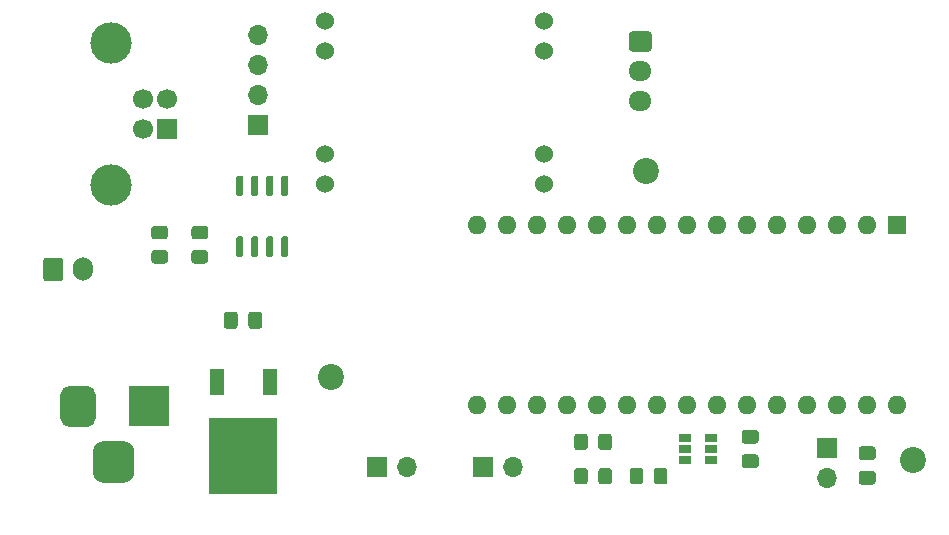
<source format=gts>
G04 #@! TF.GenerationSoftware,KiCad,Pcbnew,(5.1.10)-1*
G04 #@! TF.CreationDate,2022-01-19T22:21:47+01:00*
G04 #@! TF.ProjectId,ELFlatPanel,454c466c-6174-4506-916e-656c2e6b6963,3.0*
G04 #@! TF.SameCoordinates,Original*
G04 #@! TF.FileFunction,Soldermask,Top*
G04 #@! TF.FilePolarity,Negative*
%FSLAX46Y46*%
G04 Gerber Fmt 4.6, Leading zero omitted, Abs format (unit mm)*
G04 Created by KiCad (PCBNEW (5.1.10)-1) date 2022-01-19 22:21:47*
%MOMM*%
%LPD*%
G01*
G04 APERTURE LIST*
%ADD10R,1.700000X1.700000*%
%ADD11C,1.700000*%
%ADD12C,3.500000*%
%ADD13C,2.200000*%
%ADD14R,1.600000X1.600000*%
%ADD15O,1.600000X1.600000*%
%ADD16O,1.700000X1.700000*%
%ADD17R,3.500000X3.500000*%
%ADD18O,1.700000X2.000000*%
%ADD19O,1.950000X1.700000*%
%ADD20R,1.200000X2.200000*%
%ADD21R,5.800000X6.400000*%
%ADD22R,1.060000X0.650000*%
%ADD23C,1.524000*%
G04 APERTURE END LIST*
D10*
X100300000Y-84900000D03*
D11*
X100300000Y-82400000D03*
X98300000Y-82400000D03*
X98300000Y-84900000D03*
D12*
X95590000Y-89670000D03*
X95590000Y-77630000D03*
D13*
X114200000Y-105900000D03*
X163500000Y-112900000D03*
X140900000Y-88500000D03*
D14*
X162100000Y-93000000D03*
D15*
X129080000Y-108240000D03*
X159560000Y-93000000D03*
X131620000Y-108240000D03*
X157020000Y-93000000D03*
X134160000Y-108240000D03*
X154480000Y-93000000D03*
X136700000Y-108240000D03*
X151940000Y-93000000D03*
X139240000Y-108240000D03*
X149400000Y-93000000D03*
X141780000Y-108240000D03*
X146860000Y-93000000D03*
X144320000Y-108240000D03*
X144320000Y-93000000D03*
X146860000Y-108240000D03*
X141780000Y-93000000D03*
X149400000Y-108240000D03*
X139240000Y-93000000D03*
X151940000Y-108240000D03*
X136700000Y-93000000D03*
X154480000Y-108240000D03*
X134160000Y-93000000D03*
X157020000Y-108240000D03*
X131620000Y-93000000D03*
X159560000Y-108240000D03*
X129080000Y-93000000D03*
X162100000Y-108240000D03*
X126540000Y-93000000D03*
X126540000Y-108240000D03*
G36*
G01*
X160075000Y-115025000D02*
X159125000Y-115025000D01*
G75*
G02*
X158875000Y-114775000I0J250000D01*
G01*
X158875000Y-114100000D01*
G75*
G02*
X159125000Y-113850000I250000J0D01*
G01*
X160075000Y-113850000D01*
G75*
G02*
X160325000Y-114100000I0J-250000D01*
G01*
X160325000Y-114775000D01*
G75*
G02*
X160075000Y-115025000I-250000J0D01*
G01*
G37*
G36*
G01*
X160075000Y-112950000D02*
X159125000Y-112950000D01*
G75*
G02*
X158875000Y-112700000I0J250000D01*
G01*
X158875000Y-112025000D01*
G75*
G02*
X159125000Y-111775000I250000J0D01*
G01*
X160075000Y-111775000D01*
G75*
G02*
X160325000Y-112025000I0J-250000D01*
G01*
X160325000Y-112700000D01*
G75*
G02*
X160075000Y-112950000I-250000J0D01*
G01*
G37*
G36*
G01*
X150175000Y-111550000D02*
X149225000Y-111550000D01*
G75*
G02*
X148975000Y-111300000I0J250000D01*
G01*
X148975000Y-110625000D01*
G75*
G02*
X149225000Y-110375000I250000J0D01*
G01*
X150175000Y-110375000D01*
G75*
G02*
X150425000Y-110625000I0J-250000D01*
G01*
X150425000Y-111300000D01*
G75*
G02*
X150175000Y-111550000I-250000J0D01*
G01*
G37*
G36*
G01*
X150175000Y-113625000D02*
X149225000Y-113625000D01*
G75*
G02*
X148975000Y-113375000I0J250000D01*
G01*
X148975000Y-112700000D01*
G75*
G02*
X149225000Y-112450000I250000J0D01*
G01*
X150175000Y-112450000D01*
G75*
G02*
X150425000Y-112700000I0J-250000D01*
G01*
X150425000Y-113375000D01*
G75*
G02*
X150175000Y-113625000I-250000J0D01*
G01*
G37*
D10*
X108000000Y-84600000D03*
D16*
X108000000Y-82060000D03*
X108000000Y-79520000D03*
X108000000Y-76980000D03*
D17*
X98800000Y-108400000D03*
G36*
G01*
X91300000Y-109400000D02*
X91300000Y-107400000D01*
G75*
G02*
X92050000Y-106650000I750000J0D01*
G01*
X93550000Y-106650000D01*
G75*
G02*
X94300000Y-107400000I0J-750000D01*
G01*
X94300000Y-109400000D01*
G75*
G02*
X93550000Y-110150000I-750000J0D01*
G01*
X92050000Y-110150000D01*
G75*
G02*
X91300000Y-109400000I0J750000D01*
G01*
G37*
G36*
G01*
X94050000Y-113975000D02*
X94050000Y-112225000D01*
G75*
G02*
X94925000Y-111350000I875000J0D01*
G01*
X96675000Y-111350000D01*
G75*
G02*
X97550000Y-112225000I0J-875000D01*
G01*
X97550000Y-113975000D01*
G75*
G02*
X96675000Y-114850000I-875000J0D01*
G01*
X94925000Y-114850000D01*
G75*
G02*
X94050000Y-113975000I0J875000D01*
G01*
G37*
G36*
G01*
X89850000Y-97550000D02*
X89850000Y-96050000D01*
G75*
G02*
X90100000Y-95800000I250000J0D01*
G01*
X91300000Y-95800000D01*
G75*
G02*
X91550000Y-96050000I0J-250000D01*
G01*
X91550000Y-97550000D01*
G75*
G02*
X91300000Y-97800000I-250000J0D01*
G01*
X90100000Y-97800000D01*
G75*
G02*
X89850000Y-97550000I0J250000D01*
G01*
G37*
D18*
X93200000Y-96800000D03*
D16*
X120640000Y-113500000D03*
D10*
X118100000Y-113500000D03*
X127100000Y-113500000D03*
D16*
X129640000Y-113500000D03*
G36*
G01*
X139675000Y-76650000D02*
X141125000Y-76650000D01*
G75*
G02*
X141375000Y-76900000I0J-250000D01*
G01*
X141375000Y-78100000D01*
G75*
G02*
X141125000Y-78350000I-250000J0D01*
G01*
X139675000Y-78350000D01*
G75*
G02*
X139425000Y-78100000I0J250000D01*
G01*
X139425000Y-76900000D01*
G75*
G02*
X139675000Y-76650000I250000J0D01*
G01*
G37*
D19*
X140400000Y-80000000D03*
X140400000Y-82500000D03*
D10*
X156200000Y-111900000D03*
D16*
X156200000Y-114440000D03*
D20*
X109080000Y-106300000D03*
X104520000Y-106300000D03*
D21*
X106800000Y-112600000D03*
G36*
G01*
X100150001Y-96300000D02*
X99249999Y-96300000D01*
G75*
G02*
X99000000Y-96050001I0J249999D01*
G01*
X99000000Y-95399999D01*
G75*
G02*
X99249999Y-95150000I249999J0D01*
G01*
X100150001Y-95150000D01*
G75*
G02*
X100400000Y-95399999I0J-249999D01*
G01*
X100400000Y-96050001D01*
G75*
G02*
X100150001Y-96300000I-249999J0D01*
G01*
G37*
G36*
G01*
X100150001Y-94250000D02*
X99249999Y-94250000D01*
G75*
G02*
X99000000Y-94000001I0J249999D01*
G01*
X99000000Y-93349999D01*
G75*
G02*
X99249999Y-93100000I249999J0D01*
G01*
X100150001Y-93100000D01*
G75*
G02*
X100400000Y-93349999I0J-249999D01*
G01*
X100400000Y-94000001D01*
G75*
G02*
X100150001Y-94250000I-249999J0D01*
G01*
G37*
G36*
G01*
X102649999Y-93100000D02*
X103550001Y-93100000D01*
G75*
G02*
X103800000Y-93349999I0J-249999D01*
G01*
X103800000Y-94000001D01*
G75*
G02*
X103550001Y-94250000I-249999J0D01*
G01*
X102649999Y-94250000D01*
G75*
G02*
X102400000Y-94000001I0J249999D01*
G01*
X102400000Y-93349999D01*
G75*
G02*
X102649999Y-93100000I249999J0D01*
G01*
G37*
G36*
G01*
X102649999Y-95150000D02*
X103550001Y-95150000D01*
G75*
G02*
X103800000Y-95399999I0J-249999D01*
G01*
X103800000Y-96050001D01*
G75*
G02*
X103550001Y-96300000I-249999J0D01*
G01*
X102649999Y-96300000D01*
G75*
G02*
X102400000Y-96050001I0J249999D01*
G01*
X102400000Y-95399999D01*
G75*
G02*
X102649999Y-95150000I249999J0D01*
G01*
G37*
G36*
G01*
X138000000Y-110949999D02*
X138000000Y-111850001D01*
G75*
G02*
X137750001Y-112100000I-249999J0D01*
G01*
X137099999Y-112100000D01*
G75*
G02*
X136850000Y-111850001I0J249999D01*
G01*
X136850000Y-110949999D01*
G75*
G02*
X137099999Y-110700000I249999J0D01*
G01*
X137750001Y-110700000D01*
G75*
G02*
X138000000Y-110949999I0J-249999D01*
G01*
G37*
G36*
G01*
X135950000Y-110949999D02*
X135950000Y-111850001D01*
G75*
G02*
X135700001Y-112100000I-249999J0D01*
G01*
X135049999Y-112100000D01*
G75*
G02*
X134800000Y-111850001I0J249999D01*
G01*
X134800000Y-110949999D01*
G75*
G02*
X135049999Y-110700000I249999J0D01*
G01*
X135700001Y-110700000D01*
G75*
G02*
X135950000Y-110949999I0J-249999D01*
G01*
G37*
G36*
G01*
X136850000Y-114750001D02*
X136850000Y-113849999D01*
G75*
G02*
X137099999Y-113600000I249999J0D01*
G01*
X137750001Y-113600000D01*
G75*
G02*
X138000000Y-113849999I0J-249999D01*
G01*
X138000000Y-114750001D01*
G75*
G02*
X137750001Y-115000000I-249999J0D01*
G01*
X137099999Y-115000000D01*
G75*
G02*
X136850000Y-114750001I0J249999D01*
G01*
G37*
G36*
G01*
X134800000Y-114750001D02*
X134800000Y-113849999D01*
G75*
G02*
X135049999Y-113600000I249999J0D01*
G01*
X135700001Y-113600000D01*
G75*
G02*
X135950000Y-113849999I0J-249999D01*
G01*
X135950000Y-114750001D01*
G75*
G02*
X135700001Y-115000000I-249999J0D01*
G01*
X135049999Y-115000000D01*
G75*
G02*
X134800000Y-114750001I0J249999D01*
G01*
G37*
G36*
G01*
X140650000Y-113849999D02*
X140650000Y-114750001D01*
G75*
G02*
X140400001Y-115000000I-249999J0D01*
G01*
X139749999Y-115000000D01*
G75*
G02*
X139500000Y-114750001I0J249999D01*
G01*
X139500000Y-113849999D01*
G75*
G02*
X139749999Y-113600000I249999J0D01*
G01*
X140400001Y-113600000D01*
G75*
G02*
X140650000Y-113849999I0J-249999D01*
G01*
G37*
G36*
G01*
X142700000Y-113849999D02*
X142700000Y-114750001D01*
G75*
G02*
X142450001Y-115000000I-249999J0D01*
G01*
X141799999Y-115000000D01*
G75*
G02*
X141550000Y-114750001I0J249999D01*
G01*
X141550000Y-113849999D01*
G75*
G02*
X141799999Y-113600000I249999J0D01*
G01*
X142450001Y-113600000D01*
G75*
G02*
X142700000Y-113849999I0J-249999D01*
G01*
G37*
D22*
X146400000Y-112950000D03*
X146400000Y-112000000D03*
X146400000Y-111050000D03*
X144200000Y-111050000D03*
X144200000Y-112950000D03*
X144200000Y-112000000D03*
G36*
G01*
X106645000Y-95750000D02*
X106345000Y-95750000D01*
G75*
G02*
X106195000Y-95600000I0J150000D01*
G01*
X106195000Y-94150000D01*
G75*
G02*
X106345000Y-94000000I150000J0D01*
G01*
X106645000Y-94000000D01*
G75*
G02*
X106795000Y-94150000I0J-150000D01*
G01*
X106795000Y-95600000D01*
G75*
G02*
X106645000Y-95750000I-150000J0D01*
G01*
G37*
G36*
G01*
X107915000Y-95750000D02*
X107615000Y-95750000D01*
G75*
G02*
X107465000Y-95600000I0J150000D01*
G01*
X107465000Y-94150000D01*
G75*
G02*
X107615000Y-94000000I150000J0D01*
G01*
X107915000Y-94000000D01*
G75*
G02*
X108065000Y-94150000I0J-150000D01*
G01*
X108065000Y-95600000D01*
G75*
G02*
X107915000Y-95750000I-150000J0D01*
G01*
G37*
G36*
G01*
X109185000Y-95750000D02*
X108885000Y-95750000D01*
G75*
G02*
X108735000Y-95600000I0J150000D01*
G01*
X108735000Y-94150000D01*
G75*
G02*
X108885000Y-94000000I150000J0D01*
G01*
X109185000Y-94000000D01*
G75*
G02*
X109335000Y-94150000I0J-150000D01*
G01*
X109335000Y-95600000D01*
G75*
G02*
X109185000Y-95750000I-150000J0D01*
G01*
G37*
G36*
G01*
X110455000Y-95750000D02*
X110155000Y-95750000D01*
G75*
G02*
X110005000Y-95600000I0J150000D01*
G01*
X110005000Y-94150000D01*
G75*
G02*
X110155000Y-94000000I150000J0D01*
G01*
X110455000Y-94000000D01*
G75*
G02*
X110605000Y-94150000I0J-150000D01*
G01*
X110605000Y-95600000D01*
G75*
G02*
X110455000Y-95750000I-150000J0D01*
G01*
G37*
G36*
G01*
X110455000Y-90600000D02*
X110155000Y-90600000D01*
G75*
G02*
X110005000Y-90450000I0J150000D01*
G01*
X110005000Y-89000000D01*
G75*
G02*
X110155000Y-88850000I150000J0D01*
G01*
X110455000Y-88850000D01*
G75*
G02*
X110605000Y-89000000I0J-150000D01*
G01*
X110605000Y-90450000D01*
G75*
G02*
X110455000Y-90600000I-150000J0D01*
G01*
G37*
G36*
G01*
X109185000Y-90600000D02*
X108885000Y-90600000D01*
G75*
G02*
X108735000Y-90450000I0J150000D01*
G01*
X108735000Y-89000000D01*
G75*
G02*
X108885000Y-88850000I150000J0D01*
G01*
X109185000Y-88850000D01*
G75*
G02*
X109335000Y-89000000I0J-150000D01*
G01*
X109335000Y-90450000D01*
G75*
G02*
X109185000Y-90600000I-150000J0D01*
G01*
G37*
G36*
G01*
X107915000Y-90600000D02*
X107615000Y-90600000D01*
G75*
G02*
X107465000Y-90450000I0J150000D01*
G01*
X107465000Y-89000000D01*
G75*
G02*
X107615000Y-88850000I150000J0D01*
G01*
X107915000Y-88850000D01*
G75*
G02*
X108065000Y-89000000I0J-150000D01*
G01*
X108065000Y-90450000D01*
G75*
G02*
X107915000Y-90600000I-150000J0D01*
G01*
G37*
G36*
G01*
X106645000Y-90600000D02*
X106345000Y-90600000D01*
G75*
G02*
X106195000Y-90450000I0J150000D01*
G01*
X106195000Y-89000000D01*
G75*
G02*
X106345000Y-88850000I150000J0D01*
G01*
X106645000Y-88850000D01*
G75*
G02*
X106795000Y-89000000I0J-150000D01*
G01*
X106795000Y-90450000D01*
G75*
G02*
X106645000Y-90600000I-150000J0D01*
G01*
G37*
D23*
X113729000Y-89604000D03*
X113729000Y-78336000D03*
X113729000Y-87000000D03*
X113729000Y-75796000D03*
X132271000Y-75796000D03*
X132271000Y-78336000D03*
X132271000Y-87064000D03*
X132271000Y-89604000D03*
G36*
G01*
X107212500Y-101575000D02*
X107212500Y-100625000D01*
G75*
G02*
X107462500Y-100375000I250000J0D01*
G01*
X108137500Y-100375000D01*
G75*
G02*
X108387500Y-100625000I0J-250000D01*
G01*
X108387500Y-101575000D01*
G75*
G02*
X108137500Y-101825000I-250000J0D01*
G01*
X107462500Y-101825000D01*
G75*
G02*
X107212500Y-101575000I0J250000D01*
G01*
G37*
G36*
G01*
X105137500Y-101575000D02*
X105137500Y-100625000D01*
G75*
G02*
X105387500Y-100375000I250000J0D01*
G01*
X106062500Y-100375000D01*
G75*
G02*
X106312500Y-100625000I0J-250000D01*
G01*
X106312500Y-101575000D01*
G75*
G02*
X106062500Y-101825000I-250000J0D01*
G01*
X105387500Y-101825000D01*
G75*
G02*
X105137500Y-101575000I0J250000D01*
G01*
G37*
M02*

</source>
